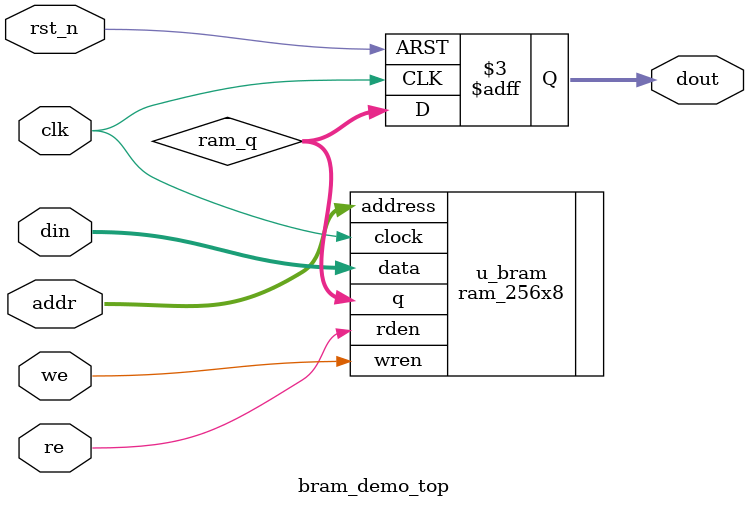
<source format=sv>
module bram_demo_top (
    input  wire        clk,
    input  wire        rst_n,

    input  wire        we,
    input  wire        re,
    input  wire [7:0]  addr,
    input  wire [7:0]  din,
    output reg  [7:0]  dout
);

    wire [7:0] ram_q;

    // BRAM IP instance
    ram_256x8 u_bram (
        .clock   (clk),
        .address (addr),
        .data    (din),
        .wren    (we),
        .rden    (re),
        .q       (ram_q)
    );

    // Output register (explicit pipeline stage)
    always @(posedge clk or negedge rst_n) begin
        if (!rst_n)
            dout <= 8'd0;
        else
            dout <= ram_q;
    end

endmodule

</source>
